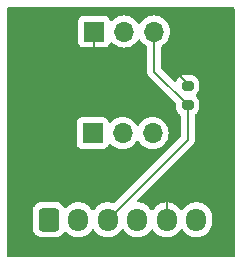
<source format=gbr>
%TF.GenerationSoftware,KiCad,Pcbnew,8.0.3*%
%TF.CreationDate,2024-11-04T16:53:41-08:00*%
%TF.ProjectId,MicPCB,4d696350-4342-42e6-9b69-6361645f7063,rev?*%
%TF.SameCoordinates,Original*%
%TF.FileFunction,Copper,L2,Bot*%
%TF.FilePolarity,Positive*%
%FSLAX46Y46*%
G04 Gerber Fmt 4.6, Leading zero omitted, Abs format (unit mm)*
G04 Created by KiCad (PCBNEW 8.0.3) date 2024-11-04 16:53:41*
%MOMM*%
%LPD*%
G01*
G04 APERTURE LIST*
G04 Aperture macros list*
%AMRoundRect*
0 Rectangle with rounded corners*
0 $1 Rounding radius*
0 $2 $3 $4 $5 $6 $7 $8 $9 X,Y pos of 4 corners*
0 Add a 4 corners polygon primitive as box body*
4,1,4,$2,$3,$4,$5,$6,$7,$8,$9,$2,$3,0*
0 Add four circle primitives for the rounded corners*
1,1,$1+$1,$2,$3*
1,1,$1+$1,$4,$5*
1,1,$1+$1,$6,$7*
1,1,$1+$1,$8,$9*
0 Add four rect primitives between the rounded corners*
20,1,$1+$1,$2,$3,$4,$5,0*
20,1,$1+$1,$4,$5,$6,$7,0*
20,1,$1+$1,$6,$7,$8,$9,0*
20,1,$1+$1,$8,$9,$2,$3,0*%
G04 Aperture macros list end*
%TA.AperFunction,SMDPad,CuDef*%
%ADD10RoundRect,0.200000X0.275000X-0.200000X0.275000X0.200000X-0.275000X0.200000X-0.275000X-0.200000X0*%
%TD*%
%TA.AperFunction,ComponentPad*%
%ADD11R,1.700000X1.700000*%
%TD*%
%TA.AperFunction,ComponentPad*%
%ADD12O,1.700000X1.700000*%
%TD*%
%TA.AperFunction,ComponentPad*%
%ADD13RoundRect,0.250000X-0.600000X-0.725000X0.600000X-0.725000X0.600000X0.725000X-0.600000X0.725000X0*%
%TD*%
%TA.AperFunction,ComponentPad*%
%ADD14O,1.700000X1.950000*%
%TD*%
%TA.AperFunction,ViaPad*%
%ADD15C,0.600000*%
%TD*%
%TA.AperFunction,Conductor*%
%ADD16C,0.200000*%
%TD*%
G04 APERTURE END LIST*
D10*
%TO.P,R1,1*%
%TO.N,/sd*%
X102666800Y-64934600D03*
%TO.P,R1,2*%
%TO.N,GND*%
X102666800Y-63284600D03*
%TD*%
D11*
%TO.P,J3,1,Pin_1*%
%TO.N,GND*%
X94757000Y-58699800D03*
D12*
%TO.P,J3,2,Pin_2*%
%TO.N,+3.3V*%
X97297000Y-58699800D03*
%TO.P,J3,3,Pin_3*%
%TO.N,/sd*%
X99837000Y-58699800D03*
%TD*%
D11*
%TO.P,J2,1,Pin_1*%
%TO.N,/sel*%
X94615000Y-67310000D03*
D12*
%TO.P,J2,2,Pin_2*%
%TO.N,/lrcl*%
X97155000Y-67310000D03*
%TO.P,J2,3,Pin_3*%
%TO.N,/bclk*%
X99695000Y-67310000D03*
%TD*%
D13*
%TO.P,J1,1,Pin_1*%
%TO.N,/sel*%
X90905000Y-74630000D03*
D14*
%TO.P,J1,2,Pin_2*%
%TO.N,/lrcl*%
X93405000Y-74630000D03*
%TO.P,J1,3,Pin_3*%
%TO.N,/sd*%
X95905000Y-74630000D03*
%TO.P,J1,4,Pin_4*%
%TO.N,/bclk*%
X98405000Y-74630000D03*
%TO.P,J1,5,Pin_5*%
%TO.N,GND*%
X100905000Y-74630000D03*
%TO.P,J1,6,Pin_6*%
%TO.N,+3.3V*%
X103405000Y-74630000D03*
%TD*%
D15*
%TO.N,GND*%
X101142800Y-61620400D03*
X102158800Y-71577200D03*
X96774000Y-62077600D03*
%TD*%
D16*
%TO.N,/sd*%
X99837000Y-62104800D02*
X99837000Y-58699800D01*
X102666800Y-64934600D02*
X99837000Y-62104800D01*
%TO.N,GND*%
X102666800Y-63144400D02*
X101142800Y-61620400D01*
X102666800Y-63284600D02*
X102666800Y-63144400D01*
%TO.N,/sd*%
X102666800Y-67868200D02*
X102666800Y-64934600D01*
X95905000Y-74630000D02*
X102666800Y-67868200D01*
%TO.N,GND*%
X100905000Y-72831000D02*
X102158800Y-71577200D01*
X100905000Y-74630000D02*
X100905000Y-72831000D01*
X94757000Y-60060600D02*
X96774000Y-62077600D01*
X94757000Y-58699800D02*
X94757000Y-60060600D01*
%TD*%
%TA.AperFunction,Conductor*%
%TO.N,GND*%
G36*
X106579739Y-56654185D02*
G01*
X106625494Y-56706989D01*
X106636700Y-56758500D01*
X106636700Y-77709100D01*
X106617015Y-77776139D01*
X106564211Y-77821894D01*
X106512700Y-77833100D01*
X87492500Y-77833100D01*
X87425461Y-77813415D01*
X87379706Y-77760611D01*
X87368500Y-77709100D01*
X87368500Y-73854983D01*
X89554500Y-73854983D01*
X89554500Y-75405001D01*
X89554501Y-75405018D01*
X89565000Y-75507796D01*
X89565001Y-75507799D01*
X89610894Y-75646294D01*
X89620186Y-75674334D01*
X89712288Y-75823656D01*
X89836344Y-75947712D01*
X89985666Y-76039814D01*
X90152203Y-76094999D01*
X90254991Y-76105500D01*
X91555008Y-76105499D01*
X91657797Y-76094999D01*
X91824334Y-76039814D01*
X91973656Y-75947712D01*
X92097712Y-75823656D01*
X92189814Y-75674334D01*
X92189814Y-75674331D01*
X92193178Y-75668879D01*
X92245126Y-75622154D01*
X92314088Y-75610931D01*
X92378170Y-75638774D01*
X92386398Y-75646294D01*
X92525213Y-75785109D01*
X92697179Y-75910048D01*
X92697181Y-75910049D01*
X92697184Y-75910051D01*
X92886588Y-76006557D01*
X93088757Y-76072246D01*
X93298713Y-76105500D01*
X93298714Y-76105500D01*
X93511286Y-76105500D01*
X93511287Y-76105500D01*
X93721243Y-76072246D01*
X93923412Y-76006557D01*
X94112816Y-75910051D01*
X94134789Y-75894086D01*
X94284786Y-75785109D01*
X94284788Y-75785106D01*
X94284792Y-75785104D01*
X94435104Y-75634792D01*
X94554683Y-75470204D01*
X94610011Y-75427540D01*
X94679624Y-75421561D01*
X94741420Y-75454166D01*
X94755313Y-75470199D01*
X94857560Y-75610931D01*
X94874896Y-75634792D01*
X95025213Y-75785109D01*
X95197179Y-75910048D01*
X95197181Y-75910049D01*
X95197184Y-75910051D01*
X95386588Y-76006557D01*
X95588757Y-76072246D01*
X95798713Y-76105500D01*
X95798714Y-76105500D01*
X96011286Y-76105500D01*
X96011287Y-76105500D01*
X96221243Y-76072246D01*
X96423412Y-76006557D01*
X96612816Y-75910051D01*
X96634789Y-75894086D01*
X96784786Y-75785109D01*
X96784788Y-75785106D01*
X96784792Y-75785104D01*
X96935104Y-75634792D01*
X97054683Y-75470204D01*
X97110011Y-75427540D01*
X97179624Y-75421561D01*
X97241420Y-75454166D01*
X97255313Y-75470199D01*
X97357560Y-75610931D01*
X97374896Y-75634792D01*
X97525213Y-75785109D01*
X97697179Y-75910048D01*
X97697181Y-75910049D01*
X97697184Y-75910051D01*
X97886588Y-76006557D01*
X98088757Y-76072246D01*
X98298713Y-76105500D01*
X98298714Y-76105500D01*
X98511286Y-76105500D01*
X98511287Y-76105500D01*
X98721243Y-76072246D01*
X98923412Y-76006557D01*
X99112816Y-75910051D01*
X99134789Y-75894086D01*
X99284786Y-75785109D01*
X99284788Y-75785106D01*
X99284792Y-75785104D01*
X99435104Y-75634792D01*
X99554991Y-75469779D01*
X99610320Y-75427115D01*
X99679933Y-75421136D01*
X99741729Y-75453741D01*
X99755627Y-75469781D01*
X99875272Y-75634459D01*
X99875276Y-75634464D01*
X100025535Y-75784723D01*
X100025540Y-75784727D01*
X100197442Y-75909620D01*
X100386782Y-76006095D01*
X100588870Y-76071757D01*
X100798754Y-76105000D01*
X101011246Y-76105000D01*
X101221127Y-76071757D01*
X101221130Y-76071757D01*
X101423217Y-76006095D01*
X101612557Y-75909620D01*
X101784459Y-75784727D01*
X101784464Y-75784723D01*
X101934721Y-75634466D01*
X102054371Y-75469781D01*
X102109701Y-75427115D01*
X102179314Y-75421136D01*
X102241110Y-75453741D01*
X102255008Y-75469781D01*
X102374890Y-75634785D01*
X102374894Y-75634790D01*
X102525213Y-75785109D01*
X102697179Y-75910048D01*
X102697181Y-75910049D01*
X102697184Y-75910051D01*
X102886588Y-76006557D01*
X103088757Y-76072246D01*
X103298713Y-76105500D01*
X103298714Y-76105500D01*
X103511286Y-76105500D01*
X103511287Y-76105500D01*
X103721243Y-76072246D01*
X103923412Y-76006557D01*
X104112816Y-75910051D01*
X104134789Y-75894086D01*
X104284786Y-75785109D01*
X104284788Y-75785106D01*
X104284792Y-75785104D01*
X104435104Y-75634792D01*
X104435106Y-75634788D01*
X104435109Y-75634786D01*
X104560048Y-75462820D01*
X104560047Y-75462820D01*
X104560051Y-75462816D01*
X104656557Y-75273412D01*
X104722246Y-75071243D01*
X104755500Y-74861287D01*
X104755500Y-74398713D01*
X104722246Y-74188757D01*
X104656557Y-73986588D01*
X104560051Y-73797184D01*
X104560049Y-73797181D01*
X104560048Y-73797179D01*
X104435109Y-73625213D01*
X104284786Y-73474890D01*
X104112820Y-73349951D01*
X103923414Y-73253444D01*
X103923413Y-73253443D01*
X103923412Y-73253443D01*
X103721243Y-73187754D01*
X103721241Y-73187753D01*
X103721240Y-73187753D01*
X103559957Y-73162208D01*
X103511287Y-73154500D01*
X103298713Y-73154500D01*
X103250042Y-73162208D01*
X103088760Y-73187753D01*
X102886585Y-73253444D01*
X102697179Y-73349951D01*
X102525213Y-73474890D01*
X102374894Y-73625209D01*
X102374890Y-73625214D01*
X102255008Y-73790218D01*
X102199678Y-73832884D01*
X102130065Y-73838863D01*
X102068270Y-73806257D01*
X102054372Y-73790218D01*
X101934727Y-73625540D01*
X101934723Y-73625535D01*
X101784464Y-73475276D01*
X101784459Y-73475272D01*
X101612557Y-73350379D01*
X101423217Y-73253904D01*
X101221129Y-73188242D01*
X101011246Y-73155000D01*
X100798754Y-73155000D01*
X100588872Y-73188242D01*
X100588869Y-73188242D01*
X100386782Y-73253904D01*
X100197442Y-73350379D01*
X100025540Y-73475272D01*
X100025535Y-73475276D01*
X99875276Y-73625535D01*
X99875272Y-73625540D01*
X99755627Y-73790218D01*
X99700297Y-73832884D01*
X99630684Y-73838863D01*
X99568889Y-73806257D01*
X99554991Y-73790218D01*
X99435109Y-73625214D01*
X99435105Y-73625209D01*
X99284786Y-73474890D01*
X99112820Y-73349951D01*
X98923414Y-73253444D01*
X98923413Y-73253443D01*
X98923412Y-73253443D01*
X98721243Y-73187754D01*
X98721241Y-73187753D01*
X98721240Y-73187753D01*
X98570504Y-73163879D01*
X98511287Y-73154500D01*
X98511286Y-73154500D01*
X98508596Y-73154074D01*
X98445461Y-73124145D01*
X98408530Y-73064833D01*
X98409528Y-72994971D01*
X98440311Y-72943922D01*
X103035513Y-68348721D01*
X103035516Y-68348720D01*
X103147320Y-68236916D01*
X103197439Y-68150104D01*
X103226377Y-68099985D01*
X103267300Y-67947258D01*
X103267300Y-67789143D01*
X103267300Y-65826315D01*
X103286985Y-65759276D01*
X103327149Y-65720198D01*
X103376985Y-65690072D01*
X103497272Y-65569785D01*
X103585278Y-65424206D01*
X103635886Y-65261796D01*
X103642300Y-65191216D01*
X103642300Y-64677984D01*
X103635886Y-64607404D01*
X103585278Y-64444994D01*
X103497272Y-64299415D01*
X103497270Y-64299413D01*
X103497269Y-64299411D01*
X103394784Y-64196926D01*
X103361299Y-64135603D01*
X103366283Y-64065911D01*
X103394785Y-64021563D01*
X103496871Y-63919478D01*
X103496872Y-63919477D01*
X103584819Y-63773995D01*
X103635390Y-63611706D01*
X103641799Y-63541172D01*
X103641799Y-63028017D01*
X103635391Y-62957497D01*
X103635390Y-62957492D01*
X103584818Y-62795203D01*
X103496872Y-62649722D01*
X103376677Y-62529527D01*
X103231195Y-62441580D01*
X103231196Y-62441580D01*
X103068905Y-62391009D01*
X103068906Y-62391009D01*
X102998372Y-62384600D01*
X102335217Y-62384600D01*
X102264697Y-62391008D01*
X102264692Y-62391009D01*
X102102403Y-62441581D01*
X101956922Y-62529527D01*
X101836727Y-62649722D01*
X101748781Y-62795203D01*
X101721391Y-62883099D01*
X101682653Y-62941247D01*
X101618628Y-62969220D01*
X101549642Y-62958138D01*
X101515325Y-62933889D01*
X100473819Y-61892383D01*
X100440334Y-61831060D01*
X100437500Y-61804702D01*
X100437500Y-59988890D01*
X100457185Y-59921851D01*
X100509101Y-59876506D01*
X100514830Y-59873835D01*
X100708401Y-59738295D01*
X100875495Y-59571201D01*
X101011035Y-59377630D01*
X101110903Y-59163463D01*
X101172063Y-58935208D01*
X101192659Y-58699800D01*
X101172063Y-58464392D01*
X101110903Y-58236137D01*
X101011035Y-58021971D01*
X101005425Y-58013958D01*
X100875494Y-57828397D01*
X100708402Y-57661306D01*
X100708395Y-57661301D01*
X100514834Y-57525767D01*
X100514830Y-57525765D01*
X100443727Y-57492609D01*
X100300663Y-57425897D01*
X100300659Y-57425896D01*
X100300655Y-57425894D01*
X100072413Y-57364738D01*
X100072403Y-57364736D01*
X99837001Y-57344141D01*
X99836999Y-57344141D01*
X99601596Y-57364736D01*
X99601586Y-57364738D01*
X99373344Y-57425894D01*
X99373335Y-57425898D01*
X99159171Y-57525764D01*
X99159169Y-57525765D01*
X98965597Y-57661305D01*
X98798505Y-57828397D01*
X98668575Y-58013958D01*
X98613998Y-58057583D01*
X98544500Y-58064777D01*
X98482145Y-58033254D01*
X98465425Y-58013958D01*
X98335494Y-57828397D01*
X98168402Y-57661306D01*
X98168395Y-57661301D01*
X97974834Y-57525767D01*
X97974830Y-57525765D01*
X97903727Y-57492609D01*
X97760663Y-57425897D01*
X97760659Y-57425896D01*
X97760655Y-57425894D01*
X97532413Y-57364738D01*
X97532403Y-57364736D01*
X97297001Y-57344141D01*
X97296999Y-57344141D01*
X97061596Y-57364736D01*
X97061586Y-57364738D01*
X96833344Y-57425894D01*
X96833335Y-57425898D01*
X96619171Y-57525764D01*
X96619169Y-57525765D01*
X96425600Y-57661303D01*
X96303284Y-57783619D01*
X96241961Y-57817103D01*
X96172269Y-57812119D01*
X96116336Y-57770247D01*
X96099421Y-57739270D01*
X96050354Y-57607713D01*
X96050350Y-57607706D01*
X95964190Y-57492612D01*
X95964187Y-57492609D01*
X95849093Y-57406449D01*
X95849086Y-57406445D01*
X95714379Y-57356203D01*
X95714372Y-57356201D01*
X95654844Y-57349800D01*
X93859155Y-57349800D01*
X93799627Y-57356201D01*
X93799620Y-57356203D01*
X93664913Y-57406445D01*
X93664906Y-57406449D01*
X93549812Y-57492609D01*
X93549809Y-57492612D01*
X93463649Y-57607706D01*
X93463645Y-57607713D01*
X93413403Y-57742420D01*
X93413401Y-57742427D01*
X93407000Y-57801955D01*
X93407000Y-59597644D01*
X93413401Y-59657172D01*
X93413403Y-59657179D01*
X93463645Y-59791886D01*
X93463649Y-59791893D01*
X93549809Y-59906987D01*
X93549812Y-59906990D01*
X93664906Y-59993150D01*
X93664913Y-59993154D01*
X93799620Y-60043396D01*
X93799627Y-60043398D01*
X93859155Y-60049799D01*
X93859172Y-60049800D01*
X95654828Y-60049800D01*
X95654844Y-60049799D01*
X95714372Y-60043398D01*
X95714379Y-60043396D01*
X95849086Y-59993154D01*
X95849093Y-59993150D01*
X95964187Y-59906990D01*
X95964190Y-59906987D01*
X96050350Y-59791893D01*
X96050354Y-59791886D01*
X96099422Y-59660329D01*
X96141293Y-59604395D01*
X96206757Y-59579978D01*
X96275030Y-59594830D01*
X96303285Y-59615981D01*
X96425599Y-59738295D01*
X96502135Y-59791886D01*
X96619165Y-59873832D01*
X96619167Y-59873833D01*
X96619170Y-59873835D01*
X96833337Y-59973703D01*
X97061592Y-60034863D01*
X97232319Y-60049800D01*
X97296999Y-60055459D01*
X97297000Y-60055459D01*
X97297001Y-60055459D01*
X97361681Y-60049800D01*
X97532408Y-60034863D01*
X97760663Y-59973703D01*
X97974830Y-59873835D01*
X98168401Y-59738295D01*
X98335495Y-59571201D01*
X98465425Y-59385642D01*
X98520002Y-59342017D01*
X98589500Y-59334823D01*
X98651855Y-59366346D01*
X98668575Y-59385642D01*
X98798500Y-59571195D01*
X98798505Y-59571201D01*
X98965599Y-59738295D01*
X99042135Y-59791886D01*
X99159165Y-59873832D01*
X99159167Y-59873833D01*
X99159170Y-59873835D01*
X99164898Y-59876506D01*
X99217339Y-59922672D01*
X99236500Y-59988890D01*
X99236500Y-62018130D01*
X99236499Y-62018148D01*
X99236499Y-62183854D01*
X99236498Y-62183854D01*
X99236499Y-62183857D01*
X99277423Y-62336585D01*
X99305145Y-62384600D01*
X99306358Y-62386700D01*
X99306359Y-62386704D01*
X99306360Y-62386704D01*
X99356479Y-62473514D01*
X99356481Y-62473517D01*
X99475349Y-62592385D01*
X99475355Y-62592390D01*
X101654981Y-64772016D01*
X101688466Y-64833339D01*
X101691300Y-64859697D01*
X101691300Y-65191213D01*
X101697713Y-65261792D01*
X101748322Y-65424206D01*
X101836330Y-65569788D01*
X101956611Y-65690069D01*
X101956613Y-65690070D01*
X101956615Y-65690072D01*
X102006450Y-65720198D01*
X102053638Y-65771726D01*
X102066300Y-65826315D01*
X102066300Y-67568102D01*
X102046615Y-67635141D01*
X102029981Y-67655783D01*
X96483867Y-73201896D01*
X96422544Y-73235381D01*
X96357868Y-73232146D01*
X96221240Y-73187753D01*
X96059957Y-73162208D01*
X96011287Y-73154500D01*
X95798713Y-73154500D01*
X95750042Y-73162208D01*
X95588760Y-73187753D01*
X95386585Y-73253444D01*
X95197179Y-73349951D01*
X95025213Y-73474890D01*
X94874894Y-73625209D01*
X94874890Y-73625214D01*
X94755318Y-73789793D01*
X94699989Y-73832459D01*
X94630375Y-73838438D01*
X94568580Y-73805833D01*
X94554682Y-73789793D01*
X94435109Y-73625214D01*
X94435105Y-73625209D01*
X94284786Y-73474890D01*
X94112820Y-73349951D01*
X93923414Y-73253444D01*
X93923413Y-73253443D01*
X93923412Y-73253443D01*
X93721243Y-73187754D01*
X93721241Y-73187753D01*
X93721240Y-73187753D01*
X93559957Y-73162208D01*
X93511287Y-73154500D01*
X93298713Y-73154500D01*
X93250042Y-73162208D01*
X93088760Y-73187753D01*
X92886585Y-73253444D01*
X92697179Y-73349951D01*
X92525215Y-73474889D01*
X92386398Y-73613706D01*
X92325075Y-73647190D01*
X92255383Y-73642206D01*
X92199450Y-73600334D01*
X92193178Y-73591120D01*
X92097712Y-73436344D01*
X91973657Y-73312289D01*
X91973656Y-73312288D01*
X91848969Y-73235381D01*
X91824336Y-73220187D01*
X91824331Y-73220185D01*
X91822862Y-73219698D01*
X91657797Y-73165001D01*
X91657795Y-73165000D01*
X91555010Y-73154500D01*
X90254998Y-73154500D01*
X90254981Y-73154501D01*
X90152203Y-73165000D01*
X90152200Y-73165001D01*
X89985668Y-73220185D01*
X89985663Y-73220187D01*
X89836342Y-73312289D01*
X89712289Y-73436342D01*
X89620187Y-73585663D01*
X89620185Y-73585668D01*
X89615325Y-73600334D01*
X89565001Y-73752203D01*
X89565001Y-73752204D01*
X89565000Y-73752204D01*
X89554500Y-73854983D01*
X87368500Y-73854983D01*
X87368500Y-66412135D01*
X93264500Y-66412135D01*
X93264500Y-68207870D01*
X93264501Y-68207876D01*
X93270908Y-68267483D01*
X93321202Y-68402328D01*
X93321206Y-68402335D01*
X93407452Y-68517544D01*
X93407455Y-68517547D01*
X93522664Y-68603793D01*
X93522671Y-68603797D01*
X93657517Y-68654091D01*
X93657516Y-68654091D01*
X93664444Y-68654835D01*
X93717127Y-68660500D01*
X95512872Y-68660499D01*
X95572483Y-68654091D01*
X95707331Y-68603796D01*
X95822546Y-68517546D01*
X95908796Y-68402331D01*
X95957810Y-68270916D01*
X95999681Y-68214984D01*
X96065145Y-68190566D01*
X96133418Y-68205417D01*
X96161673Y-68226569D01*
X96283599Y-68348495D01*
X96380384Y-68416265D01*
X96477165Y-68484032D01*
X96477167Y-68484033D01*
X96477170Y-68484035D01*
X96691337Y-68583903D01*
X96919592Y-68645063D01*
X97096034Y-68660500D01*
X97154999Y-68665659D01*
X97155000Y-68665659D01*
X97155001Y-68665659D01*
X97213966Y-68660500D01*
X97390408Y-68645063D01*
X97618663Y-68583903D01*
X97832830Y-68484035D01*
X98026401Y-68348495D01*
X98193495Y-68181401D01*
X98323425Y-67995842D01*
X98378002Y-67952217D01*
X98447500Y-67945023D01*
X98509855Y-67976546D01*
X98526575Y-67995842D01*
X98656500Y-68181395D01*
X98656505Y-68181401D01*
X98823599Y-68348495D01*
X98920384Y-68416265D01*
X99017165Y-68484032D01*
X99017167Y-68484033D01*
X99017170Y-68484035D01*
X99231337Y-68583903D01*
X99459592Y-68645063D01*
X99636034Y-68660500D01*
X99694999Y-68665659D01*
X99695000Y-68665659D01*
X99695001Y-68665659D01*
X99753966Y-68660500D01*
X99930408Y-68645063D01*
X100158663Y-68583903D01*
X100372830Y-68484035D01*
X100566401Y-68348495D01*
X100733495Y-68181401D01*
X100869035Y-67987830D01*
X100968903Y-67773663D01*
X101030063Y-67545408D01*
X101050659Y-67310000D01*
X101030063Y-67074592D01*
X100968903Y-66846337D01*
X100869035Y-66632171D01*
X100863425Y-66624158D01*
X100733494Y-66438597D01*
X100566402Y-66271506D01*
X100566395Y-66271501D01*
X100372834Y-66135967D01*
X100372830Y-66135965D01*
X100372828Y-66135964D01*
X100158663Y-66036097D01*
X100158659Y-66036096D01*
X100158655Y-66036094D01*
X99930413Y-65974938D01*
X99930403Y-65974936D01*
X99695001Y-65954341D01*
X99694999Y-65954341D01*
X99459596Y-65974936D01*
X99459586Y-65974938D01*
X99231344Y-66036094D01*
X99231335Y-66036098D01*
X99017171Y-66135964D01*
X99017169Y-66135965D01*
X98823597Y-66271505D01*
X98656505Y-66438597D01*
X98526575Y-66624158D01*
X98471998Y-66667783D01*
X98402500Y-66674977D01*
X98340145Y-66643454D01*
X98323425Y-66624158D01*
X98193494Y-66438597D01*
X98026402Y-66271506D01*
X98026395Y-66271501D01*
X97832834Y-66135967D01*
X97832830Y-66135965D01*
X97832828Y-66135964D01*
X97618663Y-66036097D01*
X97618659Y-66036096D01*
X97618655Y-66036094D01*
X97390413Y-65974938D01*
X97390403Y-65974936D01*
X97155001Y-65954341D01*
X97154999Y-65954341D01*
X96919596Y-65974936D01*
X96919586Y-65974938D01*
X96691344Y-66036094D01*
X96691335Y-66036098D01*
X96477171Y-66135964D01*
X96477169Y-66135965D01*
X96283600Y-66271503D01*
X96161673Y-66393430D01*
X96100350Y-66426914D01*
X96030658Y-66421930D01*
X95974725Y-66380058D01*
X95957810Y-66349081D01*
X95908797Y-66217671D01*
X95908793Y-66217664D01*
X95822547Y-66102455D01*
X95822544Y-66102452D01*
X95707335Y-66016206D01*
X95707328Y-66016202D01*
X95572482Y-65965908D01*
X95572483Y-65965908D01*
X95512883Y-65959501D01*
X95512881Y-65959500D01*
X95512873Y-65959500D01*
X95512864Y-65959500D01*
X93717129Y-65959500D01*
X93717123Y-65959501D01*
X93657516Y-65965908D01*
X93522671Y-66016202D01*
X93522664Y-66016206D01*
X93407455Y-66102452D01*
X93407452Y-66102455D01*
X93321206Y-66217664D01*
X93321202Y-66217671D01*
X93270908Y-66352517D01*
X93264501Y-66412116D01*
X93264500Y-66412135D01*
X87368500Y-66412135D01*
X87368500Y-56758500D01*
X87388185Y-56691461D01*
X87440989Y-56645706D01*
X87492500Y-56634500D01*
X106512700Y-56634500D01*
X106579739Y-56654185D01*
G37*
%TD.AperFunction*%
%TD*%
M02*

</source>
